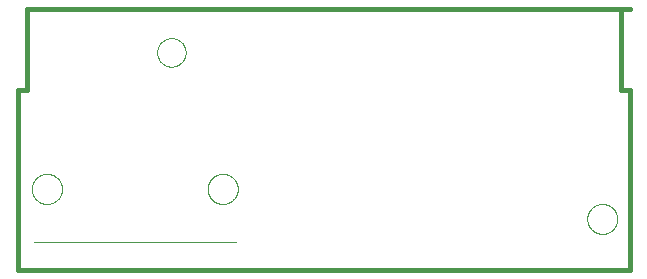
<source format=gbp>
G75*
%MOIN*%
%OFA0B0*%
%FSLAX25Y25*%
%IPPOS*%
%LPD*%
%AMOC8*
5,1,8,0,0,1.08239X$1,22.5*
%
%ADD10C,0.01600*%
%ADD11C,0.00000*%
D10*
X0001800Y0001800D02*
X0205800Y0001800D01*
X0205800Y0061800D01*
X0202800Y0061800D01*
X0202800Y0088800D01*
X0205800Y0088800D01*
X0202800Y0088800D02*
X0004800Y0088800D01*
X0004800Y0061800D01*
X0001800Y0061800D01*
X0001800Y0001800D01*
D11*
X0007209Y0011005D02*
X0074391Y0011005D01*
X0065071Y0028800D02*
X0065073Y0028941D01*
X0065079Y0029083D01*
X0065089Y0029224D01*
X0065103Y0029365D01*
X0065121Y0029505D01*
X0065143Y0029645D01*
X0065168Y0029784D01*
X0065198Y0029922D01*
X0065232Y0030059D01*
X0065269Y0030196D01*
X0065310Y0030331D01*
X0065355Y0030465D01*
X0065404Y0030598D01*
X0065457Y0030729D01*
X0065513Y0030859D01*
X0065573Y0030987D01*
X0065636Y0031114D01*
X0065703Y0031238D01*
X0065773Y0031361D01*
X0065847Y0031481D01*
X0065924Y0031600D01*
X0066005Y0031716D01*
X0066089Y0031830D01*
X0066176Y0031942D01*
X0066266Y0032051D01*
X0066359Y0032157D01*
X0066455Y0032261D01*
X0066554Y0032362D01*
X0066656Y0032460D01*
X0066760Y0032556D01*
X0066867Y0032648D01*
X0066977Y0032737D01*
X0067089Y0032824D01*
X0067204Y0032907D01*
X0067320Y0032986D01*
X0067439Y0033063D01*
X0067561Y0033136D01*
X0067684Y0033205D01*
X0067809Y0033271D01*
X0067936Y0033334D01*
X0068064Y0033393D01*
X0068194Y0033448D01*
X0068326Y0033500D01*
X0068459Y0033547D01*
X0068594Y0033591D01*
X0068729Y0033632D01*
X0068866Y0033668D01*
X0069004Y0033701D01*
X0069142Y0033729D01*
X0069281Y0033754D01*
X0069421Y0033775D01*
X0069562Y0033792D01*
X0069702Y0033805D01*
X0069844Y0033814D01*
X0069985Y0033819D01*
X0070126Y0033820D01*
X0070268Y0033817D01*
X0070409Y0033810D01*
X0070550Y0033799D01*
X0070691Y0033784D01*
X0070831Y0033765D01*
X0070970Y0033742D01*
X0071109Y0033716D01*
X0071247Y0033685D01*
X0071385Y0033650D01*
X0071521Y0033612D01*
X0071656Y0033570D01*
X0071789Y0033524D01*
X0071922Y0033474D01*
X0072053Y0033421D01*
X0072182Y0033364D01*
X0072310Y0033303D01*
X0072436Y0033239D01*
X0072560Y0033171D01*
X0072682Y0033100D01*
X0072802Y0033025D01*
X0072920Y0032947D01*
X0073036Y0032865D01*
X0073149Y0032781D01*
X0073260Y0032693D01*
X0073369Y0032602D01*
X0073474Y0032508D01*
X0073578Y0032412D01*
X0073678Y0032312D01*
X0073775Y0032210D01*
X0073870Y0032104D01*
X0073962Y0031997D01*
X0074050Y0031886D01*
X0074136Y0031774D01*
X0074218Y0031658D01*
X0074297Y0031541D01*
X0074372Y0031421D01*
X0074444Y0031300D01*
X0074513Y0031176D01*
X0074578Y0031051D01*
X0074640Y0030923D01*
X0074698Y0030794D01*
X0074752Y0030664D01*
X0074803Y0030532D01*
X0074850Y0030398D01*
X0074893Y0030264D01*
X0074932Y0030128D01*
X0074968Y0029991D01*
X0074999Y0029853D01*
X0075027Y0029714D01*
X0075051Y0029575D01*
X0075071Y0029435D01*
X0075087Y0029294D01*
X0075099Y0029153D01*
X0075107Y0029012D01*
X0075111Y0028871D01*
X0075111Y0028729D01*
X0075107Y0028588D01*
X0075099Y0028447D01*
X0075087Y0028306D01*
X0075071Y0028165D01*
X0075051Y0028025D01*
X0075027Y0027886D01*
X0074999Y0027747D01*
X0074968Y0027609D01*
X0074932Y0027472D01*
X0074893Y0027336D01*
X0074850Y0027202D01*
X0074803Y0027068D01*
X0074752Y0026936D01*
X0074698Y0026806D01*
X0074640Y0026677D01*
X0074578Y0026549D01*
X0074513Y0026424D01*
X0074444Y0026300D01*
X0074372Y0026179D01*
X0074297Y0026059D01*
X0074218Y0025942D01*
X0074136Y0025826D01*
X0074050Y0025714D01*
X0073962Y0025603D01*
X0073870Y0025496D01*
X0073775Y0025390D01*
X0073678Y0025288D01*
X0073578Y0025188D01*
X0073474Y0025092D01*
X0073369Y0024998D01*
X0073260Y0024907D01*
X0073149Y0024819D01*
X0073036Y0024735D01*
X0072920Y0024653D01*
X0072802Y0024575D01*
X0072682Y0024500D01*
X0072560Y0024429D01*
X0072436Y0024361D01*
X0072310Y0024297D01*
X0072182Y0024236D01*
X0072053Y0024179D01*
X0071922Y0024126D01*
X0071789Y0024076D01*
X0071656Y0024030D01*
X0071521Y0023988D01*
X0071385Y0023950D01*
X0071247Y0023915D01*
X0071109Y0023884D01*
X0070970Y0023858D01*
X0070831Y0023835D01*
X0070691Y0023816D01*
X0070550Y0023801D01*
X0070409Y0023790D01*
X0070268Y0023783D01*
X0070126Y0023780D01*
X0069985Y0023781D01*
X0069844Y0023786D01*
X0069702Y0023795D01*
X0069562Y0023808D01*
X0069421Y0023825D01*
X0069281Y0023846D01*
X0069142Y0023871D01*
X0069004Y0023899D01*
X0068866Y0023932D01*
X0068729Y0023968D01*
X0068594Y0024009D01*
X0068459Y0024053D01*
X0068326Y0024100D01*
X0068194Y0024152D01*
X0068064Y0024207D01*
X0067936Y0024266D01*
X0067809Y0024329D01*
X0067684Y0024395D01*
X0067561Y0024464D01*
X0067439Y0024537D01*
X0067320Y0024614D01*
X0067204Y0024693D01*
X0067089Y0024776D01*
X0066977Y0024863D01*
X0066867Y0024952D01*
X0066760Y0025044D01*
X0066656Y0025140D01*
X0066554Y0025238D01*
X0066455Y0025339D01*
X0066359Y0025443D01*
X0066266Y0025549D01*
X0066176Y0025658D01*
X0066089Y0025770D01*
X0066005Y0025884D01*
X0065924Y0026000D01*
X0065847Y0026119D01*
X0065773Y0026239D01*
X0065703Y0026362D01*
X0065636Y0026486D01*
X0065573Y0026613D01*
X0065513Y0026741D01*
X0065457Y0026871D01*
X0065404Y0027002D01*
X0065355Y0027135D01*
X0065310Y0027269D01*
X0065269Y0027404D01*
X0065232Y0027541D01*
X0065198Y0027678D01*
X0065168Y0027816D01*
X0065143Y0027955D01*
X0065121Y0028095D01*
X0065103Y0028235D01*
X0065089Y0028376D01*
X0065079Y0028517D01*
X0065073Y0028659D01*
X0065071Y0028800D01*
X0006489Y0028800D02*
X0006491Y0028941D01*
X0006497Y0029083D01*
X0006507Y0029224D01*
X0006521Y0029365D01*
X0006539Y0029505D01*
X0006561Y0029645D01*
X0006586Y0029784D01*
X0006616Y0029922D01*
X0006650Y0030059D01*
X0006687Y0030196D01*
X0006728Y0030331D01*
X0006773Y0030465D01*
X0006822Y0030598D01*
X0006875Y0030729D01*
X0006931Y0030859D01*
X0006991Y0030987D01*
X0007054Y0031114D01*
X0007121Y0031238D01*
X0007191Y0031361D01*
X0007265Y0031481D01*
X0007342Y0031600D01*
X0007423Y0031716D01*
X0007507Y0031830D01*
X0007594Y0031942D01*
X0007684Y0032051D01*
X0007777Y0032157D01*
X0007873Y0032261D01*
X0007972Y0032362D01*
X0008074Y0032460D01*
X0008178Y0032556D01*
X0008285Y0032648D01*
X0008395Y0032737D01*
X0008507Y0032824D01*
X0008622Y0032907D01*
X0008738Y0032986D01*
X0008857Y0033063D01*
X0008979Y0033136D01*
X0009102Y0033205D01*
X0009227Y0033271D01*
X0009354Y0033334D01*
X0009482Y0033393D01*
X0009612Y0033448D01*
X0009744Y0033500D01*
X0009877Y0033547D01*
X0010012Y0033591D01*
X0010147Y0033632D01*
X0010284Y0033668D01*
X0010422Y0033701D01*
X0010560Y0033729D01*
X0010699Y0033754D01*
X0010839Y0033775D01*
X0010980Y0033792D01*
X0011120Y0033805D01*
X0011262Y0033814D01*
X0011403Y0033819D01*
X0011544Y0033820D01*
X0011686Y0033817D01*
X0011827Y0033810D01*
X0011968Y0033799D01*
X0012109Y0033784D01*
X0012249Y0033765D01*
X0012388Y0033742D01*
X0012527Y0033716D01*
X0012665Y0033685D01*
X0012803Y0033650D01*
X0012939Y0033612D01*
X0013074Y0033570D01*
X0013207Y0033524D01*
X0013340Y0033474D01*
X0013471Y0033421D01*
X0013600Y0033364D01*
X0013728Y0033303D01*
X0013854Y0033239D01*
X0013978Y0033171D01*
X0014100Y0033100D01*
X0014220Y0033025D01*
X0014338Y0032947D01*
X0014454Y0032865D01*
X0014567Y0032781D01*
X0014678Y0032693D01*
X0014787Y0032602D01*
X0014892Y0032508D01*
X0014996Y0032412D01*
X0015096Y0032312D01*
X0015193Y0032210D01*
X0015288Y0032104D01*
X0015380Y0031997D01*
X0015468Y0031886D01*
X0015554Y0031774D01*
X0015636Y0031658D01*
X0015715Y0031541D01*
X0015790Y0031421D01*
X0015862Y0031300D01*
X0015931Y0031176D01*
X0015996Y0031051D01*
X0016058Y0030923D01*
X0016116Y0030794D01*
X0016170Y0030664D01*
X0016221Y0030532D01*
X0016268Y0030398D01*
X0016311Y0030264D01*
X0016350Y0030128D01*
X0016386Y0029991D01*
X0016417Y0029853D01*
X0016445Y0029714D01*
X0016469Y0029575D01*
X0016489Y0029435D01*
X0016505Y0029294D01*
X0016517Y0029153D01*
X0016525Y0029012D01*
X0016529Y0028871D01*
X0016529Y0028729D01*
X0016525Y0028588D01*
X0016517Y0028447D01*
X0016505Y0028306D01*
X0016489Y0028165D01*
X0016469Y0028025D01*
X0016445Y0027886D01*
X0016417Y0027747D01*
X0016386Y0027609D01*
X0016350Y0027472D01*
X0016311Y0027336D01*
X0016268Y0027202D01*
X0016221Y0027068D01*
X0016170Y0026936D01*
X0016116Y0026806D01*
X0016058Y0026677D01*
X0015996Y0026549D01*
X0015931Y0026424D01*
X0015862Y0026300D01*
X0015790Y0026179D01*
X0015715Y0026059D01*
X0015636Y0025942D01*
X0015554Y0025826D01*
X0015468Y0025714D01*
X0015380Y0025603D01*
X0015288Y0025496D01*
X0015193Y0025390D01*
X0015096Y0025288D01*
X0014996Y0025188D01*
X0014892Y0025092D01*
X0014787Y0024998D01*
X0014678Y0024907D01*
X0014567Y0024819D01*
X0014454Y0024735D01*
X0014338Y0024653D01*
X0014220Y0024575D01*
X0014100Y0024500D01*
X0013978Y0024429D01*
X0013854Y0024361D01*
X0013728Y0024297D01*
X0013600Y0024236D01*
X0013471Y0024179D01*
X0013340Y0024126D01*
X0013207Y0024076D01*
X0013074Y0024030D01*
X0012939Y0023988D01*
X0012803Y0023950D01*
X0012665Y0023915D01*
X0012527Y0023884D01*
X0012388Y0023858D01*
X0012249Y0023835D01*
X0012109Y0023816D01*
X0011968Y0023801D01*
X0011827Y0023790D01*
X0011686Y0023783D01*
X0011544Y0023780D01*
X0011403Y0023781D01*
X0011262Y0023786D01*
X0011120Y0023795D01*
X0010980Y0023808D01*
X0010839Y0023825D01*
X0010699Y0023846D01*
X0010560Y0023871D01*
X0010422Y0023899D01*
X0010284Y0023932D01*
X0010147Y0023968D01*
X0010012Y0024009D01*
X0009877Y0024053D01*
X0009744Y0024100D01*
X0009612Y0024152D01*
X0009482Y0024207D01*
X0009354Y0024266D01*
X0009227Y0024329D01*
X0009102Y0024395D01*
X0008979Y0024464D01*
X0008857Y0024537D01*
X0008738Y0024614D01*
X0008622Y0024693D01*
X0008507Y0024776D01*
X0008395Y0024863D01*
X0008285Y0024952D01*
X0008178Y0025044D01*
X0008074Y0025140D01*
X0007972Y0025238D01*
X0007873Y0025339D01*
X0007777Y0025443D01*
X0007684Y0025549D01*
X0007594Y0025658D01*
X0007507Y0025770D01*
X0007423Y0025884D01*
X0007342Y0026000D01*
X0007265Y0026119D01*
X0007191Y0026239D01*
X0007121Y0026362D01*
X0007054Y0026486D01*
X0006991Y0026613D01*
X0006931Y0026741D01*
X0006875Y0026871D01*
X0006822Y0027002D01*
X0006773Y0027135D01*
X0006728Y0027269D01*
X0006687Y0027404D01*
X0006650Y0027541D01*
X0006616Y0027678D01*
X0006586Y0027816D01*
X0006561Y0027955D01*
X0006539Y0028095D01*
X0006521Y0028235D01*
X0006507Y0028376D01*
X0006497Y0028517D01*
X0006491Y0028659D01*
X0006489Y0028800D01*
X0048250Y0074300D02*
X0048252Y0074438D01*
X0048258Y0074575D01*
X0048268Y0074712D01*
X0048282Y0074849D01*
X0048300Y0074985D01*
X0048322Y0075121D01*
X0048347Y0075256D01*
X0048377Y0075390D01*
X0048410Y0075524D01*
X0048448Y0075656D01*
X0048489Y0075787D01*
X0048534Y0075917D01*
X0048583Y0076046D01*
X0048635Y0076173D01*
X0048691Y0076299D01*
X0048751Y0076423D01*
X0048814Y0076545D01*
X0048881Y0076665D01*
X0048951Y0076783D01*
X0049024Y0076900D01*
X0049101Y0077014D01*
X0049182Y0077125D01*
X0049265Y0077235D01*
X0049351Y0077342D01*
X0049441Y0077446D01*
X0049534Y0077548D01*
X0049629Y0077647D01*
X0049727Y0077743D01*
X0049828Y0077836D01*
X0049932Y0077926D01*
X0050038Y0078014D01*
X0050147Y0078098D01*
X0050258Y0078179D01*
X0050372Y0078257D01*
X0050487Y0078331D01*
X0050605Y0078402D01*
X0050725Y0078470D01*
X0050847Y0078534D01*
X0050970Y0078594D01*
X0051095Y0078651D01*
X0051222Y0078705D01*
X0051350Y0078754D01*
X0051480Y0078800D01*
X0051611Y0078842D01*
X0051743Y0078881D01*
X0051876Y0078915D01*
X0052010Y0078946D01*
X0052145Y0078972D01*
X0052281Y0078995D01*
X0052417Y0079014D01*
X0052554Y0079029D01*
X0052691Y0079040D01*
X0052828Y0079047D01*
X0052966Y0079050D01*
X0053103Y0079049D01*
X0053241Y0079044D01*
X0053378Y0079035D01*
X0053515Y0079022D01*
X0053651Y0079005D01*
X0053787Y0078984D01*
X0053922Y0078960D01*
X0054057Y0078931D01*
X0054191Y0078898D01*
X0054323Y0078862D01*
X0054455Y0078822D01*
X0054585Y0078778D01*
X0054714Y0078730D01*
X0054842Y0078678D01*
X0054968Y0078623D01*
X0055092Y0078565D01*
X0055214Y0078502D01*
X0055335Y0078436D01*
X0055454Y0078367D01*
X0055571Y0078294D01*
X0055685Y0078218D01*
X0055798Y0078139D01*
X0055908Y0078056D01*
X0056015Y0077970D01*
X0056120Y0077882D01*
X0056222Y0077790D01*
X0056322Y0077695D01*
X0056419Y0077597D01*
X0056513Y0077497D01*
X0056604Y0077394D01*
X0056692Y0077288D01*
X0056777Y0077180D01*
X0056859Y0077070D01*
X0056938Y0076957D01*
X0057013Y0076842D01*
X0057085Y0076724D01*
X0057153Y0076605D01*
X0057218Y0076484D01*
X0057280Y0076361D01*
X0057337Y0076236D01*
X0057392Y0076110D01*
X0057442Y0075982D01*
X0057489Y0075853D01*
X0057532Y0075722D01*
X0057571Y0075590D01*
X0057607Y0075457D01*
X0057638Y0075323D01*
X0057666Y0075189D01*
X0057690Y0075053D01*
X0057710Y0074917D01*
X0057726Y0074781D01*
X0057738Y0074644D01*
X0057746Y0074506D01*
X0057750Y0074369D01*
X0057750Y0074231D01*
X0057746Y0074094D01*
X0057738Y0073956D01*
X0057726Y0073819D01*
X0057710Y0073683D01*
X0057690Y0073547D01*
X0057666Y0073411D01*
X0057638Y0073277D01*
X0057607Y0073143D01*
X0057571Y0073010D01*
X0057532Y0072878D01*
X0057489Y0072747D01*
X0057442Y0072618D01*
X0057392Y0072490D01*
X0057337Y0072364D01*
X0057280Y0072239D01*
X0057218Y0072116D01*
X0057153Y0071995D01*
X0057085Y0071876D01*
X0057013Y0071758D01*
X0056938Y0071643D01*
X0056859Y0071530D01*
X0056777Y0071420D01*
X0056692Y0071312D01*
X0056604Y0071206D01*
X0056513Y0071103D01*
X0056419Y0071003D01*
X0056322Y0070905D01*
X0056222Y0070810D01*
X0056120Y0070718D01*
X0056015Y0070630D01*
X0055908Y0070544D01*
X0055798Y0070461D01*
X0055685Y0070382D01*
X0055571Y0070306D01*
X0055454Y0070233D01*
X0055335Y0070164D01*
X0055214Y0070098D01*
X0055092Y0070035D01*
X0054968Y0069977D01*
X0054842Y0069922D01*
X0054714Y0069870D01*
X0054585Y0069822D01*
X0054455Y0069778D01*
X0054323Y0069738D01*
X0054191Y0069702D01*
X0054057Y0069669D01*
X0053922Y0069640D01*
X0053787Y0069616D01*
X0053651Y0069595D01*
X0053515Y0069578D01*
X0053378Y0069565D01*
X0053241Y0069556D01*
X0053103Y0069551D01*
X0052966Y0069550D01*
X0052828Y0069553D01*
X0052691Y0069560D01*
X0052554Y0069571D01*
X0052417Y0069586D01*
X0052281Y0069605D01*
X0052145Y0069628D01*
X0052010Y0069654D01*
X0051876Y0069685D01*
X0051743Y0069719D01*
X0051611Y0069758D01*
X0051480Y0069800D01*
X0051350Y0069846D01*
X0051222Y0069895D01*
X0051095Y0069949D01*
X0050970Y0070006D01*
X0050847Y0070066D01*
X0050725Y0070130D01*
X0050605Y0070198D01*
X0050487Y0070269D01*
X0050372Y0070343D01*
X0050258Y0070421D01*
X0050147Y0070502D01*
X0050038Y0070586D01*
X0049932Y0070674D01*
X0049828Y0070764D01*
X0049727Y0070857D01*
X0049629Y0070953D01*
X0049534Y0071052D01*
X0049441Y0071154D01*
X0049351Y0071258D01*
X0049265Y0071365D01*
X0049182Y0071475D01*
X0049101Y0071586D01*
X0049024Y0071700D01*
X0048951Y0071817D01*
X0048881Y0071935D01*
X0048814Y0072055D01*
X0048751Y0072177D01*
X0048691Y0072301D01*
X0048635Y0072427D01*
X0048583Y0072554D01*
X0048534Y0072683D01*
X0048489Y0072813D01*
X0048448Y0072944D01*
X0048410Y0073076D01*
X0048377Y0073210D01*
X0048347Y0073344D01*
X0048322Y0073479D01*
X0048300Y0073615D01*
X0048282Y0073751D01*
X0048268Y0073888D01*
X0048258Y0074025D01*
X0048252Y0074162D01*
X0048250Y0074300D01*
X0191600Y0018800D02*
X0191602Y0018941D01*
X0191608Y0019082D01*
X0191618Y0019222D01*
X0191632Y0019362D01*
X0191650Y0019502D01*
X0191671Y0019641D01*
X0191697Y0019780D01*
X0191726Y0019918D01*
X0191760Y0020054D01*
X0191797Y0020190D01*
X0191838Y0020325D01*
X0191883Y0020459D01*
X0191932Y0020591D01*
X0191984Y0020722D01*
X0192040Y0020851D01*
X0192100Y0020978D01*
X0192163Y0021104D01*
X0192229Y0021228D01*
X0192300Y0021351D01*
X0192373Y0021471D01*
X0192450Y0021589D01*
X0192530Y0021705D01*
X0192614Y0021818D01*
X0192700Y0021929D01*
X0192790Y0022038D01*
X0192883Y0022144D01*
X0192978Y0022247D01*
X0193077Y0022348D01*
X0193178Y0022446D01*
X0193282Y0022541D01*
X0193389Y0022633D01*
X0193498Y0022722D01*
X0193610Y0022807D01*
X0193724Y0022890D01*
X0193840Y0022970D01*
X0193959Y0023046D01*
X0194080Y0023118D01*
X0194202Y0023188D01*
X0194327Y0023253D01*
X0194453Y0023316D01*
X0194581Y0023374D01*
X0194711Y0023429D01*
X0194842Y0023481D01*
X0194975Y0023528D01*
X0195109Y0023572D01*
X0195244Y0023613D01*
X0195380Y0023649D01*
X0195517Y0023681D01*
X0195655Y0023710D01*
X0195793Y0023735D01*
X0195933Y0023755D01*
X0196073Y0023772D01*
X0196213Y0023785D01*
X0196354Y0023794D01*
X0196494Y0023799D01*
X0196635Y0023800D01*
X0196776Y0023797D01*
X0196917Y0023790D01*
X0197057Y0023779D01*
X0197197Y0023764D01*
X0197337Y0023745D01*
X0197476Y0023723D01*
X0197614Y0023696D01*
X0197752Y0023666D01*
X0197888Y0023631D01*
X0198024Y0023593D01*
X0198158Y0023551D01*
X0198292Y0023505D01*
X0198424Y0023456D01*
X0198554Y0023402D01*
X0198683Y0023345D01*
X0198810Y0023285D01*
X0198936Y0023221D01*
X0199059Y0023153D01*
X0199181Y0023082D01*
X0199301Y0023008D01*
X0199418Y0022930D01*
X0199533Y0022849D01*
X0199646Y0022765D01*
X0199757Y0022678D01*
X0199865Y0022587D01*
X0199970Y0022494D01*
X0200073Y0022397D01*
X0200173Y0022298D01*
X0200270Y0022196D01*
X0200364Y0022091D01*
X0200455Y0021984D01*
X0200543Y0021874D01*
X0200628Y0021762D01*
X0200710Y0021647D01*
X0200789Y0021530D01*
X0200864Y0021411D01*
X0200936Y0021290D01*
X0201004Y0021167D01*
X0201069Y0021042D01*
X0201131Y0020915D01*
X0201188Y0020786D01*
X0201243Y0020656D01*
X0201293Y0020525D01*
X0201340Y0020392D01*
X0201383Y0020258D01*
X0201422Y0020122D01*
X0201457Y0019986D01*
X0201489Y0019849D01*
X0201516Y0019711D01*
X0201540Y0019572D01*
X0201560Y0019432D01*
X0201576Y0019292D01*
X0201588Y0019152D01*
X0201596Y0019011D01*
X0201600Y0018870D01*
X0201600Y0018730D01*
X0201596Y0018589D01*
X0201588Y0018448D01*
X0201576Y0018308D01*
X0201560Y0018168D01*
X0201540Y0018028D01*
X0201516Y0017889D01*
X0201489Y0017751D01*
X0201457Y0017614D01*
X0201422Y0017478D01*
X0201383Y0017342D01*
X0201340Y0017208D01*
X0201293Y0017075D01*
X0201243Y0016944D01*
X0201188Y0016814D01*
X0201131Y0016685D01*
X0201069Y0016558D01*
X0201004Y0016433D01*
X0200936Y0016310D01*
X0200864Y0016189D01*
X0200789Y0016070D01*
X0200710Y0015953D01*
X0200628Y0015838D01*
X0200543Y0015726D01*
X0200455Y0015616D01*
X0200364Y0015509D01*
X0200270Y0015404D01*
X0200173Y0015302D01*
X0200073Y0015203D01*
X0199970Y0015106D01*
X0199865Y0015013D01*
X0199757Y0014922D01*
X0199646Y0014835D01*
X0199533Y0014751D01*
X0199418Y0014670D01*
X0199301Y0014592D01*
X0199181Y0014518D01*
X0199059Y0014447D01*
X0198936Y0014379D01*
X0198810Y0014315D01*
X0198683Y0014255D01*
X0198554Y0014198D01*
X0198424Y0014144D01*
X0198292Y0014095D01*
X0198158Y0014049D01*
X0198024Y0014007D01*
X0197888Y0013969D01*
X0197752Y0013934D01*
X0197614Y0013904D01*
X0197476Y0013877D01*
X0197337Y0013855D01*
X0197197Y0013836D01*
X0197057Y0013821D01*
X0196917Y0013810D01*
X0196776Y0013803D01*
X0196635Y0013800D01*
X0196494Y0013801D01*
X0196354Y0013806D01*
X0196213Y0013815D01*
X0196073Y0013828D01*
X0195933Y0013845D01*
X0195793Y0013865D01*
X0195655Y0013890D01*
X0195517Y0013919D01*
X0195380Y0013951D01*
X0195244Y0013987D01*
X0195109Y0014028D01*
X0194975Y0014072D01*
X0194842Y0014119D01*
X0194711Y0014171D01*
X0194581Y0014226D01*
X0194453Y0014284D01*
X0194327Y0014347D01*
X0194202Y0014412D01*
X0194080Y0014482D01*
X0193959Y0014554D01*
X0193840Y0014630D01*
X0193724Y0014710D01*
X0193610Y0014793D01*
X0193498Y0014878D01*
X0193389Y0014967D01*
X0193282Y0015059D01*
X0193178Y0015154D01*
X0193077Y0015252D01*
X0192978Y0015353D01*
X0192883Y0015456D01*
X0192790Y0015562D01*
X0192700Y0015671D01*
X0192614Y0015782D01*
X0192530Y0015895D01*
X0192450Y0016011D01*
X0192373Y0016129D01*
X0192300Y0016249D01*
X0192229Y0016372D01*
X0192163Y0016496D01*
X0192100Y0016622D01*
X0192040Y0016749D01*
X0191984Y0016878D01*
X0191932Y0017009D01*
X0191883Y0017141D01*
X0191838Y0017275D01*
X0191797Y0017410D01*
X0191760Y0017546D01*
X0191726Y0017682D01*
X0191697Y0017820D01*
X0191671Y0017959D01*
X0191650Y0018098D01*
X0191632Y0018238D01*
X0191618Y0018378D01*
X0191608Y0018518D01*
X0191602Y0018659D01*
X0191600Y0018800D01*
M02*

</source>
